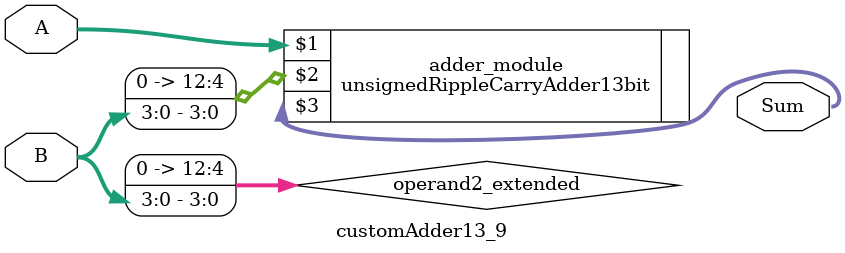
<source format=v>

module customAdder13_9(
                    input [12 : 0] A,
                    input [3 : 0] B,
                    
                    output [13 : 0] Sum
            );

    wire [12 : 0] operand2_extended;
    
    assign operand2_extended =  {9'b0, B};
    
    unsignedRippleCarryAdder13bit adder_module(
        A,
        operand2_extended,
        Sum
    );
    
endmodule
        
</source>
